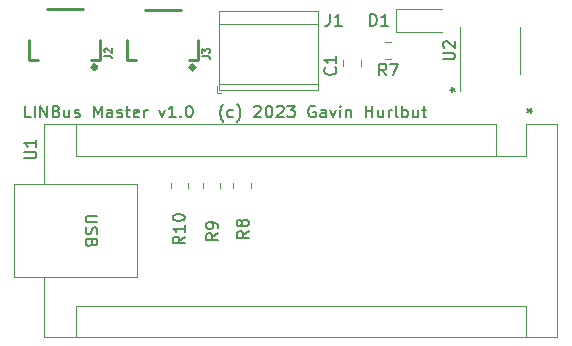
<source format=gbr>
%TF.GenerationSoftware,KiCad,Pcbnew,6.0.2+dfsg-1*%
%TF.CreationDate,2023-02-05T15:53:52-05:00*%
%TF.ProjectId,lin-master,6c696e2d-6d61-4737-9465-722e6b696361,1.0*%
%TF.SameCoordinates,Original*%
%TF.FileFunction,Legend,Top*%
%TF.FilePolarity,Positive*%
%FSLAX46Y46*%
G04 Gerber Fmt 4.6, Leading zero omitted, Abs format (unit mm)*
G04 Created by KiCad (PCBNEW 6.0.2+dfsg-1) date 2023-02-05 15:53:52*
%MOMM*%
%LPD*%
G01*
G04 APERTURE LIST*
%ADD10C,0.150000*%
%ADD11C,0.127000*%
%ADD12C,0.254000*%
%ADD13C,0.398780*%
%ADD14C,0.120000*%
G04 APERTURE END LIST*
D10*
X103104761Y-84152380D02*
X102628571Y-84152380D01*
X102628571Y-83152380D01*
X103438095Y-84152380D02*
X103438095Y-83152380D01*
X103914285Y-84152380D02*
X103914285Y-83152380D01*
X104485714Y-84152380D01*
X104485714Y-83152380D01*
X105295238Y-83628571D02*
X105438095Y-83676190D01*
X105485714Y-83723809D01*
X105533333Y-83819047D01*
X105533333Y-83961904D01*
X105485714Y-84057142D01*
X105438095Y-84104761D01*
X105342857Y-84152380D01*
X104961904Y-84152380D01*
X104961904Y-83152380D01*
X105295238Y-83152380D01*
X105390476Y-83200000D01*
X105438095Y-83247619D01*
X105485714Y-83342857D01*
X105485714Y-83438095D01*
X105438095Y-83533333D01*
X105390476Y-83580952D01*
X105295238Y-83628571D01*
X104961904Y-83628571D01*
X106390476Y-83485714D02*
X106390476Y-84152380D01*
X105961904Y-83485714D02*
X105961904Y-84009523D01*
X106009523Y-84104761D01*
X106104761Y-84152380D01*
X106247619Y-84152380D01*
X106342857Y-84104761D01*
X106390476Y-84057142D01*
X106819047Y-84104761D02*
X106914285Y-84152380D01*
X107104761Y-84152380D01*
X107200000Y-84104761D01*
X107247619Y-84009523D01*
X107247619Y-83961904D01*
X107200000Y-83866666D01*
X107104761Y-83819047D01*
X106961904Y-83819047D01*
X106866666Y-83771428D01*
X106819047Y-83676190D01*
X106819047Y-83628571D01*
X106866666Y-83533333D01*
X106961904Y-83485714D01*
X107104761Y-83485714D01*
X107200000Y-83533333D01*
X108438095Y-84152380D02*
X108438095Y-83152380D01*
X108771428Y-83866666D01*
X109104761Y-83152380D01*
X109104761Y-84152380D01*
X110009523Y-84152380D02*
X110009523Y-83628571D01*
X109961904Y-83533333D01*
X109866666Y-83485714D01*
X109676190Y-83485714D01*
X109580952Y-83533333D01*
X110009523Y-84104761D02*
X109914285Y-84152380D01*
X109676190Y-84152380D01*
X109580952Y-84104761D01*
X109533333Y-84009523D01*
X109533333Y-83914285D01*
X109580952Y-83819047D01*
X109676190Y-83771428D01*
X109914285Y-83771428D01*
X110009523Y-83723809D01*
X110438095Y-84104761D02*
X110533333Y-84152380D01*
X110723809Y-84152380D01*
X110819047Y-84104761D01*
X110866666Y-84009523D01*
X110866666Y-83961904D01*
X110819047Y-83866666D01*
X110723809Y-83819047D01*
X110580952Y-83819047D01*
X110485714Y-83771428D01*
X110438095Y-83676190D01*
X110438095Y-83628571D01*
X110485714Y-83533333D01*
X110580952Y-83485714D01*
X110723809Y-83485714D01*
X110819047Y-83533333D01*
X111152380Y-83485714D02*
X111533333Y-83485714D01*
X111295238Y-83152380D02*
X111295238Y-84009523D01*
X111342857Y-84104761D01*
X111438095Y-84152380D01*
X111533333Y-84152380D01*
X112247619Y-84104761D02*
X112152380Y-84152380D01*
X111961904Y-84152380D01*
X111866666Y-84104761D01*
X111819047Y-84009523D01*
X111819047Y-83628571D01*
X111866666Y-83533333D01*
X111961904Y-83485714D01*
X112152380Y-83485714D01*
X112247619Y-83533333D01*
X112295238Y-83628571D01*
X112295238Y-83723809D01*
X111819047Y-83819047D01*
X112723809Y-84152380D02*
X112723809Y-83485714D01*
X112723809Y-83676190D02*
X112771428Y-83580952D01*
X112819047Y-83533333D01*
X112914285Y-83485714D01*
X113009523Y-83485714D01*
X114009523Y-83485714D02*
X114247619Y-84152380D01*
X114485714Y-83485714D01*
X115390476Y-84152380D02*
X114819047Y-84152380D01*
X115104761Y-84152380D02*
X115104761Y-83152380D01*
X115009523Y-83295238D01*
X114914285Y-83390476D01*
X114819047Y-83438095D01*
X115819047Y-84057142D02*
X115866666Y-84104761D01*
X115819047Y-84152380D01*
X115771428Y-84104761D01*
X115819047Y-84057142D01*
X115819047Y-84152380D01*
X116485714Y-83152380D02*
X116580952Y-83152380D01*
X116676190Y-83200000D01*
X116723809Y-83247619D01*
X116771428Y-83342857D01*
X116819047Y-83533333D01*
X116819047Y-83771428D01*
X116771428Y-83961904D01*
X116723809Y-84057142D01*
X116676190Y-84104761D01*
X116580952Y-84152380D01*
X116485714Y-84152380D01*
X116390476Y-84104761D01*
X116342857Y-84057142D01*
X116295238Y-83961904D01*
X116247619Y-83771428D01*
X116247619Y-83533333D01*
X116295238Y-83342857D01*
X116342857Y-83247619D01*
X116390476Y-83200000D01*
X116485714Y-83152380D01*
X119419047Y-84533333D02*
X119371428Y-84485714D01*
X119276190Y-84342857D01*
X119228571Y-84247619D01*
X119180952Y-84104761D01*
X119133333Y-83866666D01*
X119133333Y-83676190D01*
X119180952Y-83438095D01*
X119228571Y-83295238D01*
X119276190Y-83200000D01*
X119371428Y-83057142D01*
X119419047Y-83009523D01*
X120228571Y-84104761D02*
X120133333Y-84152380D01*
X119942857Y-84152380D01*
X119847619Y-84104761D01*
X119800000Y-84057142D01*
X119752380Y-83961904D01*
X119752380Y-83676190D01*
X119800000Y-83580952D01*
X119847619Y-83533333D01*
X119942857Y-83485714D01*
X120133333Y-83485714D01*
X120228571Y-83533333D01*
X120561904Y-84533333D02*
X120609523Y-84485714D01*
X120704761Y-84342857D01*
X120752380Y-84247619D01*
X120800000Y-84104761D01*
X120847619Y-83866666D01*
X120847619Y-83676190D01*
X120800000Y-83438095D01*
X120752380Y-83295238D01*
X120704761Y-83200000D01*
X120609523Y-83057142D01*
X120561904Y-83009523D01*
X122038095Y-83247619D02*
X122085714Y-83200000D01*
X122180952Y-83152380D01*
X122419047Y-83152380D01*
X122514285Y-83200000D01*
X122561904Y-83247619D01*
X122609523Y-83342857D01*
X122609523Y-83438095D01*
X122561904Y-83580952D01*
X121990476Y-84152380D01*
X122609523Y-84152380D01*
X123228571Y-83152380D02*
X123323809Y-83152380D01*
X123419047Y-83200000D01*
X123466666Y-83247619D01*
X123514285Y-83342857D01*
X123561904Y-83533333D01*
X123561904Y-83771428D01*
X123514285Y-83961904D01*
X123466666Y-84057142D01*
X123419047Y-84104761D01*
X123323809Y-84152380D01*
X123228571Y-84152380D01*
X123133333Y-84104761D01*
X123085714Y-84057142D01*
X123038095Y-83961904D01*
X122990476Y-83771428D01*
X122990476Y-83533333D01*
X123038095Y-83342857D01*
X123085714Y-83247619D01*
X123133333Y-83200000D01*
X123228571Y-83152380D01*
X123942857Y-83247619D02*
X123990476Y-83200000D01*
X124085714Y-83152380D01*
X124323809Y-83152380D01*
X124419047Y-83200000D01*
X124466666Y-83247619D01*
X124514285Y-83342857D01*
X124514285Y-83438095D01*
X124466666Y-83580952D01*
X123895238Y-84152380D01*
X124514285Y-84152380D01*
X124847619Y-83152380D02*
X125466666Y-83152380D01*
X125133333Y-83533333D01*
X125276190Y-83533333D01*
X125371428Y-83580952D01*
X125419047Y-83628571D01*
X125466666Y-83723809D01*
X125466666Y-83961904D01*
X125419047Y-84057142D01*
X125371428Y-84104761D01*
X125276190Y-84152380D01*
X124990476Y-84152380D01*
X124895238Y-84104761D01*
X124847619Y-84057142D01*
X127180952Y-83200000D02*
X127085714Y-83152380D01*
X126942857Y-83152380D01*
X126800000Y-83200000D01*
X126704761Y-83295238D01*
X126657142Y-83390476D01*
X126609523Y-83580952D01*
X126609523Y-83723809D01*
X126657142Y-83914285D01*
X126704761Y-84009523D01*
X126800000Y-84104761D01*
X126942857Y-84152380D01*
X127038095Y-84152380D01*
X127180952Y-84104761D01*
X127228571Y-84057142D01*
X127228571Y-83723809D01*
X127038095Y-83723809D01*
X128085714Y-84152380D02*
X128085714Y-83628571D01*
X128038095Y-83533333D01*
X127942857Y-83485714D01*
X127752380Y-83485714D01*
X127657142Y-83533333D01*
X128085714Y-84104761D02*
X127990476Y-84152380D01*
X127752380Y-84152380D01*
X127657142Y-84104761D01*
X127609523Y-84009523D01*
X127609523Y-83914285D01*
X127657142Y-83819047D01*
X127752380Y-83771428D01*
X127990476Y-83771428D01*
X128085714Y-83723809D01*
X128466666Y-83485714D02*
X128704761Y-84152380D01*
X128942857Y-83485714D01*
X129323809Y-84152380D02*
X129323809Y-83485714D01*
X129323809Y-83152380D02*
X129276190Y-83200000D01*
X129323809Y-83247619D01*
X129371428Y-83200000D01*
X129323809Y-83152380D01*
X129323809Y-83247619D01*
X129800000Y-83485714D02*
X129800000Y-84152380D01*
X129800000Y-83580952D02*
X129847619Y-83533333D01*
X129942857Y-83485714D01*
X130085714Y-83485714D01*
X130180952Y-83533333D01*
X130228571Y-83628571D01*
X130228571Y-84152380D01*
X131466666Y-84152380D02*
X131466666Y-83152380D01*
X131466666Y-83628571D02*
X132038095Y-83628571D01*
X132038095Y-84152380D02*
X132038095Y-83152380D01*
X132942857Y-83485714D02*
X132942857Y-84152380D01*
X132514285Y-83485714D02*
X132514285Y-84009523D01*
X132561904Y-84104761D01*
X132657142Y-84152380D01*
X132800000Y-84152380D01*
X132895238Y-84104761D01*
X132942857Y-84057142D01*
X133419047Y-84152380D02*
X133419047Y-83485714D01*
X133419047Y-83676190D02*
X133466666Y-83580952D01*
X133514285Y-83533333D01*
X133609523Y-83485714D01*
X133704761Y-83485714D01*
X134180952Y-84152380D02*
X134085714Y-84104761D01*
X134038095Y-84009523D01*
X134038095Y-83152380D01*
X134561904Y-84152380D02*
X134561904Y-83152380D01*
X134561904Y-83533333D02*
X134657142Y-83485714D01*
X134847619Y-83485714D01*
X134942857Y-83533333D01*
X134990476Y-83580952D01*
X135038095Y-83676190D01*
X135038095Y-83961904D01*
X134990476Y-84057142D01*
X134942857Y-84104761D01*
X134847619Y-84152380D01*
X134657142Y-84152380D01*
X134561904Y-84104761D01*
X135895238Y-83485714D02*
X135895238Y-84152380D01*
X135466666Y-83485714D02*
X135466666Y-84009523D01*
X135514285Y-84104761D01*
X135609523Y-84152380D01*
X135752380Y-84152380D01*
X135847619Y-84104761D01*
X135895238Y-84057142D01*
X136228571Y-83485714D02*
X136609523Y-83485714D01*
X136371428Y-83152380D02*
X136371428Y-84009523D01*
X136419047Y-84104761D01*
X136514285Y-84152380D01*
X136609523Y-84152380D01*
D11*
%TO.C,J2*%
X109349171Y-78914200D02*
X109784600Y-78914200D01*
X109871685Y-78943228D01*
X109929742Y-79001285D01*
X109958771Y-79088371D01*
X109958771Y-79146428D01*
X109407228Y-78652942D02*
X109378200Y-78623914D01*
X109349171Y-78565857D01*
X109349171Y-78420714D01*
X109378200Y-78362657D01*
X109407228Y-78333628D01*
X109465285Y-78304600D01*
X109523342Y-78304600D01*
X109610428Y-78333628D01*
X109958771Y-78681971D01*
X109958771Y-78304600D01*
D10*
%TO.C,R10*%
X116152380Y-94242857D02*
X115676190Y-94576190D01*
X116152380Y-94814285D02*
X115152380Y-94814285D01*
X115152380Y-94433333D01*
X115200000Y-94338095D01*
X115247619Y-94290476D01*
X115342857Y-94242857D01*
X115485714Y-94242857D01*
X115580952Y-94290476D01*
X115628571Y-94338095D01*
X115676190Y-94433333D01*
X115676190Y-94814285D01*
X116152380Y-93290476D02*
X116152380Y-93861904D01*
X116152380Y-93576190D02*
X115152380Y-93576190D01*
X115295238Y-93671428D01*
X115390476Y-93766666D01*
X115438095Y-93861904D01*
X115152380Y-92671428D02*
X115152380Y-92576190D01*
X115200000Y-92480952D01*
X115247619Y-92433333D01*
X115342857Y-92385714D01*
X115533333Y-92338095D01*
X115771428Y-92338095D01*
X115961904Y-92385714D01*
X116057142Y-92433333D01*
X116104761Y-92480952D01*
X116152380Y-92576190D01*
X116152380Y-92671428D01*
X116104761Y-92766666D01*
X116057142Y-92814285D01*
X115961904Y-92861904D01*
X115771428Y-92909523D01*
X115533333Y-92909523D01*
X115342857Y-92861904D01*
X115247619Y-92814285D01*
X115200000Y-92766666D01*
X115152380Y-92671428D01*
%TO.C,R9*%
X118952380Y-93966666D02*
X118476190Y-94300000D01*
X118952380Y-94538095D02*
X117952380Y-94538095D01*
X117952380Y-94157142D01*
X118000000Y-94061904D01*
X118047619Y-94014285D01*
X118142857Y-93966666D01*
X118285714Y-93966666D01*
X118380952Y-94014285D01*
X118428571Y-94061904D01*
X118476190Y-94157142D01*
X118476190Y-94538095D01*
X118952380Y-93490476D02*
X118952380Y-93300000D01*
X118904761Y-93204761D01*
X118857142Y-93157142D01*
X118714285Y-93061904D01*
X118523809Y-93014285D01*
X118142857Y-93014285D01*
X118047619Y-93061904D01*
X118000000Y-93109523D01*
X117952380Y-93204761D01*
X117952380Y-93395238D01*
X118000000Y-93490476D01*
X118047619Y-93538095D01*
X118142857Y-93585714D01*
X118380952Y-93585714D01*
X118476190Y-93538095D01*
X118523809Y-93490476D01*
X118571428Y-93395238D01*
X118571428Y-93204761D01*
X118523809Y-93109523D01*
X118476190Y-93061904D01*
X118380952Y-93014285D01*
%TO.C,R8*%
X121552380Y-93766666D02*
X121076190Y-94100000D01*
X121552380Y-94338095D02*
X120552380Y-94338095D01*
X120552380Y-93957142D01*
X120600000Y-93861904D01*
X120647619Y-93814285D01*
X120742857Y-93766666D01*
X120885714Y-93766666D01*
X120980952Y-93814285D01*
X121028571Y-93861904D01*
X121076190Y-93957142D01*
X121076190Y-94338095D01*
X120980952Y-93195238D02*
X120933333Y-93290476D01*
X120885714Y-93338095D01*
X120790476Y-93385714D01*
X120742857Y-93385714D01*
X120647619Y-93338095D01*
X120600000Y-93290476D01*
X120552380Y-93195238D01*
X120552380Y-93004761D01*
X120600000Y-92909523D01*
X120647619Y-92861904D01*
X120742857Y-92814285D01*
X120790476Y-92814285D01*
X120885714Y-92861904D01*
X120933333Y-92909523D01*
X120980952Y-93004761D01*
X120980952Y-93195238D01*
X121028571Y-93290476D01*
X121076190Y-93338095D01*
X121171428Y-93385714D01*
X121361904Y-93385714D01*
X121457142Y-93338095D01*
X121504761Y-93290476D01*
X121552380Y-93195238D01*
X121552380Y-93004761D01*
X121504761Y-92909523D01*
X121457142Y-92861904D01*
X121361904Y-92814285D01*
X121171428Y-92814285D01*
X121076190Y-92861904D01*
X121028571Y-92909523D01*
X120980952Y-93004761D01*
D11*
%TO.C,J3*%
X117654251Y-78933040D02*
X118089680Y-78933040D01*
X118176765Y-78962068D01*
X118234822Y-79020125D01*
X118263851Y-79107211D01*
X118263851Y-79165268D01*
X117654251Y-78700811D02*
X117654251Y-78323440D01*
X117886480Y-78526640D01*
X117886480Y-78439554D01*
X117915508Y-78381497D01*
X117944537Y-78352468D01*
X118002594Y-78323440D01*
X118147737Y-78323440D01*
X118205794Y-78352468D01*
X118234822Y-78381497D01*
X118263851Y-78439554D01*
X118263851Y-78613725D01*
X118234822Y-78671782D01*
X118205794Y-78700811D01*
D10*
%TO.C,J1*%
X128444666Y-75398380D02*
X128444666Y-76112666D01*
X128397047Y-76255523D01*
X128301809Y-76350761D01*
X128158952Y-76398380D01*
X128063714Y-76398380D01*
X129444666Y-76398380D02*
X128873238Y-76398380D01*
X129158952Y-76398380D02*
X129158952Y-75398380D01*
X129063714Y-75541238D01*
X128968476Y-75636476D01*
X128873238Y-75684095D01*
%TO.C,C1*%
X128881142Y-79922666D02*
X128928761Y-79970285D01*
X128976380Y-80113142D01*
X128976380Y-80208380D01*
X128928761Y-80351238D01*
X128833523Y-80446476D01*
X128738285Y-80494095D01*
X128547809Y-80541714D01*
X128404952Y-80541714D01*
X128214476Y-80494095D01*
X128119238Y-80446476D01*
X128024000Y-80351238D01*
X127976380Y-80208380D01*
X127976380Y-80113142D01*
X128024000Y-79970285D01*
X128071619Y-79922666D01*
X128976380Y-78970285D02*
X128976380Y-79541714D01*
X128976380Y-79256000D02*
X127976380Y-79256000D01*
X128119238Y-79351238D01*
X128214476Y-79446476D01*
X128262095Y-79541714D01*
%TO.C,R7*%
X133199333Y-80588380D02*
X132866000Y-80112190D01*
X132627904Y-80588380D02*
X132627904Y-79588380D01*
X133008857Y-79588380D01*
X133104095Y-79636000D01*
X133151714Y-79683619D01*
X133199333Y-79778857D01*
X133199333Y-79921714D01*
X133151714Y-80016952D01*
X133104095Y-80064571D01*
X133008857Y-80112190D01*
X132627904Y-80112190D01*
X133532666Y-79588380D02*
X134199333Y-79588380D01*
X133770761Y-80588380D01*
%TO.C,U2*%
X138038380Y-79247904D02*
X138847904Y-79247904D01*
X138943142Y-79200285D01*
X138990761Y-79152666D01*
X139038380Y-79057428D01*
X139038380Y-78866952D01*
X138990761Y-78771714D01*
X138943142Y-78724095D01*
X138847904Y-78676476D01*
X138038380Y-78676476D01*
X138133619Y-78247904D02*
X138086000Y-78200285D01*
X138038380Y-78105047D01*
X138038380Y-77866952D01*
X138086000Y-77771714D01*
X138133619Y-77724095D01*
X138228857Y-77676476D01*
X138324095Y-77676476D01*
X138466952Y-77724095D01*
X139038380Y-78295523D01*
X139038380Y-77676476D01*
X138644380Y-81788000D02*
X138882476Y-81788000D01*
X138787238Y-82026095D02*
X138882476Y-81788000D01*
X138787238Y-81549904D01*
X139072952Y-81930857D02*
X138882476Y-81788000D01*
X139072952Y-81645142D01*
%TO.C,U1*%
X102576380Y-87629904D02*
X103385904Y-87629904D01*
X103481142Y-87582285D01*
X103528761Y-87534666D01*
X103576380Y-87439428D01*
X103576380Y-87248952D01*
X103528761Y-87153714D01*
X103481142Y-87106095D01*
X103385904Y-87058476D01*
X102576380Y-87058476D01*
X103576380Y-86058476D02*
X103576380Y-86629904D01*
X103576380Y-86344190D02*
X102576380Y-86344190D01*
X102719238Y-86439428D01*
X102814476Y-86534666D01*
X102862095Y-86629904D01*
X145581619Y-83566000D02*
X145343523Y-83566000D01*
X145438761Y-83327904D02*
X145343523Y-83566000D01*
X145438761Y-83804095D01*
X145153047Y-83423142D02*
X145343523Y-83566000D01*
X145153047Y-83708857D01*
X108751619Y-92464095D02*
X107942095Y-92464095D01*
X107846857Y-92511714D01*
X107799238Y-92559333D01*
X107751619Y-92654571D01*
X107751619Y-92845047D01*
X107799238Y-92940285D01*
X107846857Y-92987904D01*
X107942095Y-93035523D01*
X108751619Y-93035523D01*
X107799238Y-93464095D02*
X107751619Y-93606952D01*
X107751619Y-93845047D01*
X107799238Y-93940285D01*
X107846857Y-93987904D01*
X107942095Y-94035523D01*
X108037333Y-94035523D01*
X108132571Y-93987904D01*
X108180190Y-93940285D01*
X108227809Y-93845047D01*
X108275428Y-93654571D01*
X108323047Y-93559333D01*
X108370666Y-93511714D01*
X108465904Y-93464095D01*
X108561142Y-93464095D01*
X108656380Y-93511714D01*
X108704000Y-93559333D01*
X108751619Y-93654571D01*
X108751619Y-93892666D01*
X108704000Y-94035523D01*
X108275428Y-94797428D02*
X108227809Y-94940285D01*
X108180190Y-94987904D01*
X108084952Y-95035523D01*
X107942095Y-95035523D01*
X107846857Y-94987904D01*
X107799238Y-94940285D01*
X107751619Y-94845047D01*
X107751619Y-94464095D01*
X108751619Y-94464095D01*
X108751619Y-94797428D01*
X108704000Y-94892666D01*
X108656380Y-94940285D01*
X108561142Y-94987904D01*
X108465904Y-94987904D01*
X108370666Y-94940285D01*
X108323047Y-94892666D01*
X108275428Y-94797428D01*
X108275428Y-94464095D01*
%TO.C,D1*%
X131849904Y-76398380D02*
X131849904Y-75398380D01*
X132088000Y-75398380D01*
X132230857Y-75446000D01*
X132326095Y-75541238D01*
X132373714Y-75636476D01*
X132421333Y-75826952D01*
X132421333Y-75969809D01*
X132373714Y-76160285D01*
X132326095Y-76255523D01*
X132230857Y-76350761D01*
X132088000Y-76398380D01*
X131849904Y-76398380D01*
X133373714Y-76398380D02*
X132802285Y-76398380D01*
X133088000Y-76398380D02*
X133088000Y-75398380D01*
X132992761Y-75541238D01*
X132897523Y-75636476D01*
X132802285Y-75684095D01*
D12*
%TO.C,J2*%
X107498600Y-75000060D02*
X104501400Y-75000060D01*
X108999740Y-77601020D02*
X108999740Y-79252020D01*
X103752100Y-79252020D02*
X103000260Y-79252020D01*
X103000260Y-79252020D02*
X103000260Y-77601020D01*
X108999740Y-79252020D02*
X108247900Y-79252020D01*
D13*
X108639060Y-79899720D02*
G75*
G03*
X108639060Y-79899720I-139700J0D01*
G01*
D14*
%TO.C,R10*%
X116435000Y-90127064D02*
X116435000Y-89672936D01*
X114965000Y-90127064D02*
X114965000Y-89672936D01*
%TO.C,R9*%
X117665000Y-90127064D02*
X117665000Y-89672936D01*
X119135000Y-90127064D02*
X119135000Y-89672936D01*
%TO.C,R8*%
X120265000Y-90127064D02*
X120265000Y-89672936D01*
X121735000Y-90127064D02*
X121735000Y-89672936D01*
D12*
%TO.C,J3*%
X117304820Y-77619860D02*
X117304820Y-79270860D01*
X117304820Y-79270860D02*
X116552980Y-79270860D01*
X111305340Y-79270860D02*
X111305340Y-77619860D01*
X115803680Y-75018900D02*
X112806480Y-75018900D01*
X112057180Y-79270860D02*
X111305340Y-79270860D01*
D13*
X116944140Y-79918560D02*
G75*
G03*
X116944140Y-79918560I-139700J0D01*
G01*
D14*
%TO.C,J1*%
X119087500Y-81336000D02*
X127407500Y-81336000D01*
X118847500Y-82096000D02*
X119247500Y-82096000D01*
X118847500Y-81456000D02*
X118847500Y-82096000D01*
X119087500Y-75116000D02*
X119087500Y-81856000D01*
X119087500Y-75116000D02*
X127407500Y-75116000D01*
X127407500Y-75116000D02*
X127407500Y-81856000D01*
X119087500Y-76236000D02*
X127407500Y-76236000D01*
X119087500Y-81856000D02*
X127407500Y-81856000D01*
%TO.C,C1*%
X129567000Y-79262248D02*
X129567000Y-79784752D01*
X131037000Y-79262248D02*
X131037000Y-79784752D01*
%TO.C,R7*%
X133593064Y-77751000D02*
X133138936Y-77751000D01*
X133593064Y-79221000D02*
X133138936Y-79221000D01*
%TO.C,U2*%
X144546000Y-78486000D02*
X144546000Y-76536000D01*
X144546000Y-78486000D02*
X144546000Y-80436000D01*
X139426000Y-78486000D02*
X139426000Y-76536000D01*
X139426000Y-78486000D02*
X139426000Y-81936000D01*
%TO.C,U1*%
X145034000Y-100076000D02*
X106934000Y-100076000D01*
X147704000Y-102746000D02*
X147704000Y-84706000D01*
X142494000Y-87376000D02*
X106934000Y-87376000D01*
X101724000Y-97666000D02*
X101724000Y-89786000D01*
X101724000Y-89786000D02*
X112144000Y-89786000D01*
X104264000Y-84706000D02*
X104264000Y-89786000D01*
X112144000Y-97666000D02*
X101724000Y-97666000D01*
X106934000Y-100076000D02*
X106934000Y-102746000D01*
X104264000Y-102746000D02*
X147704000Y-102746000D01*
X112144000Y-89786000D02*
X112144000Y-97666000D01*
X145034000Y-87376000D02*
X145034000Y-84706000D01*
X106934000Y-87376000D02*
X106934000Y-84706000D01*
X147704000Y-84706000D02*
X145034000Y-84706000D01*
X142494000Y-87376000D02*
X142494000Y-84706000D01*
X104264000Y-102746000D02*
X104264000Y-97666000D01*
X142494000Y-84706000D02*
X104264000Y-84706000D01*
X142494000Y-87376000D02*
X145034000Y-87376000D01*
X145034000Y-100076000D02*
X145034000Y-102746000D01*
%TO.C,D1*%
X134020000Y-76946000D02*
X137920000Y-76946000D01*
X134020000Y-74946000D02*
X134020000Y-76946000D01*
X134020000Y-74946000D02*
X137920000Y-74946000D01*
%TD*%
M02*

</source>
